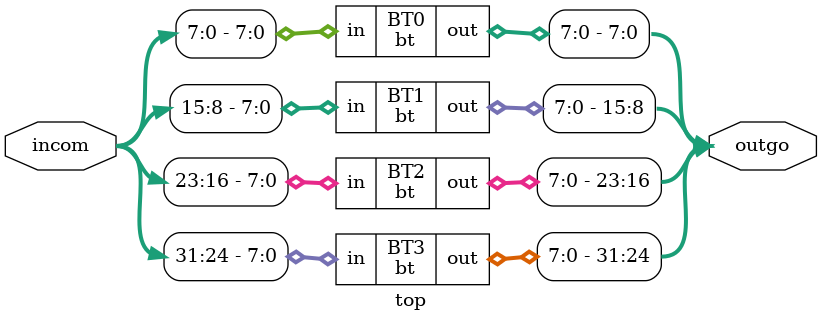
<source format=v>
module bt (
   out,
   in
   );
   input [7:0] in;
   output [7:0] out;

   wire [7:0] 	out = ~in;
endmodule module top (
   outgo,
   incom
   );
   input [31:0] incom;
   output [31:0] outgo;

   

   bt BT0 (
	   .out				(outgo[7:0]),		 .in				(incom[7:0]));		 bt BT1 (
	   .out				(outgo[15:8]),		 .in				(incom[15:8]));		 bt BT2 (
	   .out				(outgo[23:16]),		 .in				(incom[23:16]));		 bt BT3 (
	   .out				(outgo[31:24]),		 .in				(incom[31:24]));		 endmodule 
</source>
